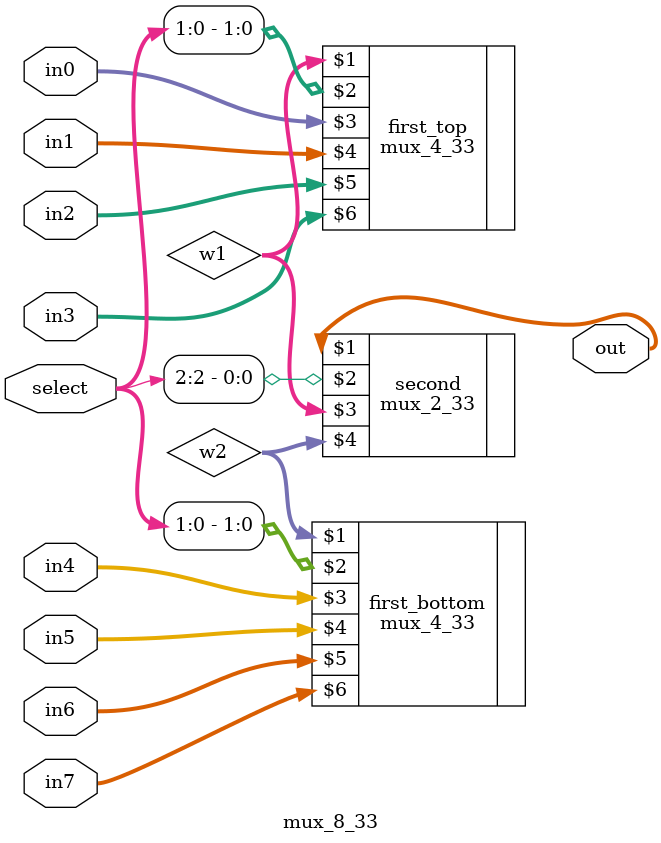
<source format=v>
module mux_8_33(out, select, in0, in1, in2, in3, in4, in5, in6, in7);
    input [2:0] select;
    input [32:0] in0, in1, in2, in3, in4, in5, in6, in7;
    output [32:0] out;
    wire [32:0] w1, w2;

    mux_4_33 first_top(w1, select[1:0], in0, in1, in2, in3);
    mux_4_33 first_bottom(w2, select[1:0], in4, in5, in6, in7);
    mux_2_33 second(out, select[2], w1, w2);

endmodule
</source>
